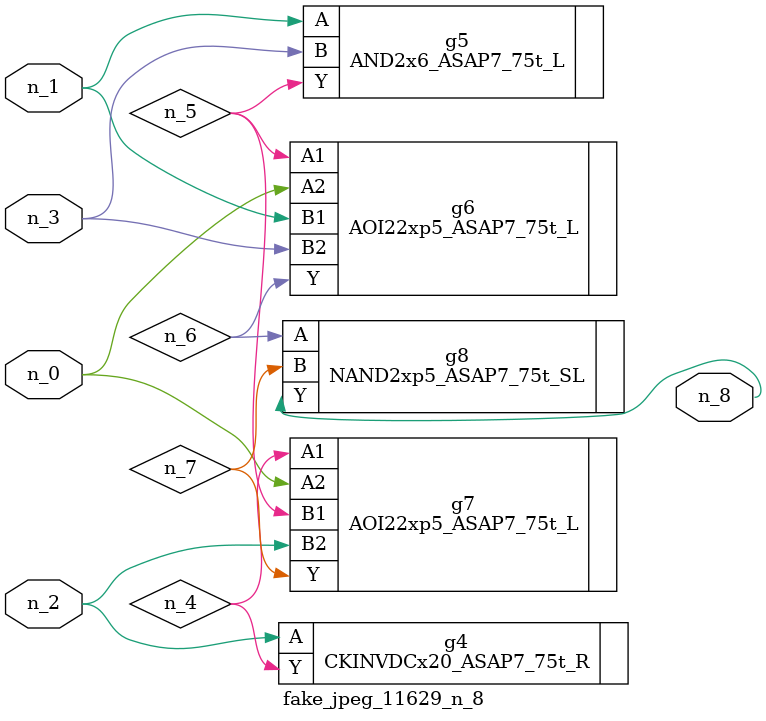
<source format=v>
module fake_jpeg_11629_n_8 (n_0, n_3, n_2, n_1, n_8);

input n_0;
input n_3;
input n_2;
input n_1;

output n_8;

wire n_4;
wire n_6;
wire n_5;
wire n_7;

CKINVDCx20_ASAP7_75t_R g4 ( 
.A(n_2),
.Y(n_4)
);

AND2x6_ASAP7_75t_L g5 ( 
.A(n_1),
.B(n_3),
.Y(n_5)
);

AOI22xp5_ASAP7_75t_L g6 ( 
.A1(n_5),
.A2(n_0),
.B1(n_1),
.B2(n_3),
.Y(n_6)
);

NAND2xp5_ASAP7_75t_SL g8 ( 
.A(n_6),
.B(n_7),
.Y(n_8)
);

AOI22xp5_ASAP7_75t_L g7 ( 
.A1(n_4),
.A2(n_0),
.B1(n_5),
.B2(n_2),
.Y(n_7)
);


endmodule
</source>
